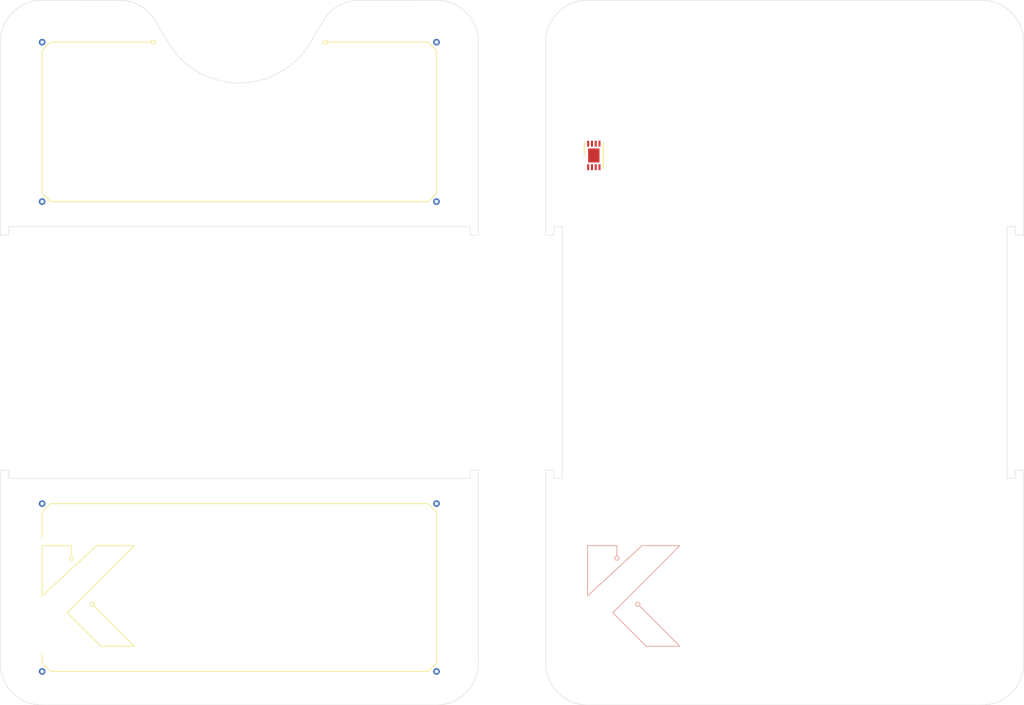
<source format=kicad_pcb>
(kicad_pcb (version 20171130) (host pcbnew "(5.1.12)-1")

  (general
    (thickness 1.6)
    (drawings 98)
    (tracks 8)
    (zones 0)
    (modules 1)
    (nets 1)
  )

  (page A4)
  (layers
    (0 F.Cu signal)
    (31 B.Cu signal)
    (32 B.Adhes user)
    (33 F.Adhes user)
    (34 B.Paste user)
    (35 F.Paste user)
    (36 B.SilkS user)
    (37 F.SilkS user)
    (38 B.Mask user)
    (39 F.Mask user)
    (40 Dwgs.User user)
    (41 Cmts.User user)
    (42 Eco1.User user)
    (43 Eco2.User user)
    (44 Edge.Cuts user)
    (45 Margin user)
    (46 B.CrtYd user)
    (47 F.CrtYd user)
    (48 B.Fab user)
    (49 F.Fab user)
  )

  (setup
    (last_trace_width 0.25)
    (trace_clearance 0.2)
    (zone_clearance 0.508)
    (zone_45_only no)
    (trace_min 0.2)
    (via_size 0.8)
    (via_drill 0.4)
    (via_min_size 0.4)
    (via_min_drill 0.3)
    (user_via 0.8 0.65)
    (uvia_size 0.3)
    (uvia_drill 0.1)
    (uvias_allowed no)
    (uvia_min_size 0.2)
    (uvia_min_drill 0.1)
    (edge_width 0.05)
    (segment_width 0.2)
    (pcb_text_width 0.3)
    (pcb_text_size 1.5 1.5)
    (mod_edge_width 0.12)
    (mod_text_size 1 1)
    (mod_text_width 0.15)
    (pad_size 1.524 1.524)
    (pad_drill 0.762)
    (pad_to_mask_clearance 0)
    (aux_axis_origin 0 0)
    (visible_elements FFFFFF7F)
    (pcbplotparams
      (layerselection 0x010fc_ffffffff)
      (usegerberextensions false)
      (usegerberattributes true)
      (usegerberadvancedattributes true)
      (creategerberjobfile true)
      (excludeedgelayer true)
      (linewidth 0.100000)
      (plotframeref false)
      (viasonmask false)
      (mode 1)
      (useauxorigin false)
      (hpglpennumber 1)
      (hpglpenspeed 20)
      (hpglpendiameter 15.000000)
      (psnegative false)
      (psa4output false)
      (plotreference true)
      (plotvalue true)
      (plotinvisibletext false)
      (padsonsilk false)
      (subtractmaskfromsilk false)
      (outputformat 1)
      (mirror false)
      (drillshape 1)
      (scaleselection 1)
      (outputdirectory ""))
  )

  (net 0 "")

  (net_class Default "This is the default net class."
    (clearance 0.2)
    (trace_width 0.25)
    (via_dia 0.8)
    (via_drill 0.4)
    (uvia_dia 0.3)
    (uvia_drill 0.1)
  )

  (module Package_DFN_QFN:DFN-8-1EP_3x2mm_P0.45mm_EP1.66x1.36mm (layer F.Cu) (tedit 5EA4BDBF) (tstamp 62E36692)
    (at 170.75 68.5 90)
    (descr "DCB Package 8-Lead Plastic DFN (2mm x 3mm) (see Linear Technology DFN_8_05-08-1718.pdf)")
    (tags "DFN 0.45")
    (attr smd)
    (fp_text reference REF** (at 0 -2.05 90) (layer F.SilkS) hide
      (effects (font (size 1 1) (thickness 0.15)))
    )
    (fp_text value DFN-8-1EP_3x2mm_P0.45mm_EP1.66x1.36mm (at 0 2.05 90) (layer F.Fab) hide
      (effects (font (size 1 1) (thickness 0.15)))
    )
    (fp_text user %R (at 0 0 90) (layer F.Fab)
      (effects (font (size 0.7 0.7) (thickness 0.105)))
    )
    (fp_line (start -0.5 -1) (end 1.5 -1) (layer F.Fab) (width 0.15))
    (fp_line (start 1.5 -1) (end 1.5 1) (layer F.Fab) (width 0.15))
    (fp_line (start 1.5 1) (end -1.5 1) (layer F.Fab) (width 0.15))
    (fp_line (start -1.5 1) (end -1.5 0) (layer F.Fab) (width 0.15))
    (fp_line (start -1.5 0) (end -0.5 -1) (layer F.Fab) (width 0.15))
    (fp_line (start -2 -1.3) (end -2 1.3) (layer F.CrtYd) (width 0.05))
    (fp_line (start 2 -1.3) (end 2 1.3) (layer F.CrtYd) (width 0.05))
    (fp_line (start -2 -1.3) (end 2 -1.3) (layer F.CrtYd) (width 0.05))
    (fp_line (start -2 1.3) (end 2 1.3) (layer F.CrtYd) (width 0.05))
    (fp_line (start -1.5 1.125) (end 1.5 1.125) (layer F.SilkS) (width 0.15))
    (fp_line (start 0 -1.125) (end 1.5 -1.125) (layer F.SilkS) (width 0.15))
    (pad "" smd rect (at -0.415 -0.34 90) (size 0.66 0.55) (layers F.Paste))
    (pad "" smd rect (at 0.415 -0.34 90) (size 0.66 0.55) (layers F.Paste))
    (pad "" smd rect (at 0.415 0.34 90) (size 0.66 0.55) (layers F.Paste))
    (pad 9 smd rect (at 0 0 90) (size 1.66 1.36) (layers F.Cu F.Mask))
    (pad "" smd rect (at -0.415 0.34 90) (size 0.66 0.55) (layers F.Paste))
    (pad 8 smd rect (at 1.4 -0.675 90) (size 0.7 0.25) (layers F.Cu F.Paste F.Mask))
    (pad 7 smd rect (at 1.4 -0.225 90) (size 0.7 0.25) (layers F.Cu F.Paste F.Mask))
    (pad 6 smd rect (at 1.4 0.225 90) (size 0.7 0.25) (layers F.Cu F.Paste F.Mask))
    (pad 5 smd rect (at 1.4 0.675 90) (size 0.7 0.25) (layers F.Cu F.Paste F.Mask))
    (pad 4 smd rect (at -1.4 0.675 90) (size 0.7 0.25) (layers F.Cu F.Paste F.Mask))
    (pad 3 smd rect (at -1.4 0.225 90) (size 0.7 0.25) (layers F.Cu F.Paste F.Mask))
    (pad 2 smd rect (at -1.4 -0.225 90) (size 0.7 0.25) (layers F.Cu F.Paste F.Mask))
    (pad 1 smd rect (at -1.4 -0.675 90) (size 0.7 0.25) (layers F.Cu F.Paste F.Mask))
    (model ${KISYS3DMOD}/Package_DFN_QFN.3dshapes/DFN-8-1EP_3x2mm_P0.45mm_EP1.66x1.36mm.wrl
      (offset (xyz 0 0 -1))
      (scale (xyz 1 1 1))
      (rotate (xyz 0 0 0))
    )
  )

  (gr_circle (center 118.25 55) (end 118.5 55) (layer F.SilkS) (width 0.12))
  (gr_circle (center 138.75 55) (end 139 55) (layer F.SilkS) (width 0.12) (tstamp 62E304DC))
  (gr_line (start 151 55) (end 139 55) (layer F.SilkS) (width 0.12))
  (gr_line (start 152 56) (end 151 55) (layer F.SilkS) (width 0.12))
  (gr_line (start 152 73) (end 152 56) (layer F.SilkS) (width 0.12))
  (gr_line (start 151 74) (end 152 73) (layer F.SilkS) (width 0.12))
  (gr_line (start 106 74) (end 151 74) (layer F.SilkS) (width 0.12))
  (gr_line (start 106 55) (end 118 55) (layer F.SilkS) (width 0.12))
  (gr_line (start 105 56) (end 106 55) (layer F.SilkS) (width 0.12))
  (gr_line (start 105 73) (end 105 56) (layer F.SilkS) (width 0.12))
  (gr_line (start 106 74) (end 105 73) (layer F.SilkS) (width 0.12))
  (gr_line (start 105 129) (end 105 128) (layer F.SilkS) (width 0.12))
  (gr_line (start 106 130) (end 105 129) (layer F.SilkS) (width 0.12))
  (gr_line (start 151 130) (end 106 130) (layer F.SilkS) (width 0.12))
  (gr_line (start 152 129) (end 151 130) (layer F.SilkS) (width 0.12))
  (gr_line (start 152 111) (end 152 129) (layer F.SilkS) (width 0.12))
  (gr_line (start 151 110) (end 152 111) (layer F.SilkS) (width 0.12))
  (gr_line (start 106 110) (end 151 110) (layer F.SilkS) (width 0.12))
  (gr_line (start 105 111) (end 106 110) (layer F.SilkS) (width 0.12))
  (gr_line (start 105 114) (end 105 111) (layer F.SilkS) (width 0.12))
  (gr_line (start 138.309049 52.804417) (end 137.274972 54.499986) (layer Edge.Cuts) (width 0.05) (tstamp 62E302BB))
  (gr_line (start 118.693369 52.806912) (end 120 55) (layer Edge.Cuts) (width 0.05) (tstamp 62E302AB))
  (gr_line (start 105 50) (end 114.197582 50.002495) (layer Edge.Cuts) (width 0.05) (tstamp 62E3028C))
  (gr_arc (start 114.2 55) (end 114.2 50) (angle 63.98428369) (layer Edge.Cuts) (width 0.05) (tstamp 62E3027F))
  (gr_line (start 152 50) (end 142.802418 49.997505) (layer Edge.Cuts) (width 0.05) (tstamp 62E30275))
  (gr_arc (start 142.802418 54.997505) (end 142.802418 49.997505) (angle -63.98428369) (layer Edge.Cuts) (width 0.05))
  (gr_arc (start 128.5 50) (end 120 55) (angle -122.3847715) (layer Edge.Cuts) (width 0.05))
  (gr_circle (center 176 122) (end 176.25 122) (layer B.SilkS) (width 0.12) (tstamp 62E3000F))
  (gr_line (start 173 123) (end 177 127) (layer B.SilkS) (width 0.12) (tstamp 62E3000E))
  (gr_circle (center 173.5 116.5) (end 173.75 116.5) (layer B.SilkS) (width 0.12) (tstamp 62E3000D))
  (gr_line (start 177 127) (end 181 127) (layer B.SilkS) (width 0.12) (tstamp 62E3000C))
  (gr_line (start 181 127) (end 176.2 122.2) (layer B.SilkS) (width 0.12) (tstamp 62E3000B))
  (gr_arc (start 217 55) (end 222 55) (angle -90) (layer Edge.Cuts) (width 0.05) (tstamp 62E3000A))
  (gr_arc (start 217 129) (end 217 134) (angle -90) (layer Edge.Cuts) (width 0.05) (tstamp 62E30009))
  (gr_arc (start 170 55) (end 170 50) (angle -90) (layer Edge.Cuts) (width 0.05) (tstamp 62E30008))
  (gr_arc (start 170 129) (end 165 129) (angle -90) (layer Edge.Cuts) (width 0.05) (tstamp 62E30007))
  (gr_line (start 221 107) (end 220 107) (layer Edge.Cuts) (width 0.05) (tstamp 62E30006))
  (gr_line (start 167 77) (end 167 107) (layer Edge.Cuts) (width 0.05) (tstamp 62E30005))
  (gr_line (start 221 107) (end 221 106) (layer Edge.Cuts) (width 0.05) (tstamp 62E30004))
  (gr_line (start 221 106) (end 222 106) (layer Edge.Cuts) (width 0.05) (tstamp 62E30003))
  (gr_line (start 165 106) (end 165 129) (layer Edge.Cuts) (width 0.05) (tstamp 62E30002))
  (gr_line (start 166 106) (end 165 106) (layer Edge.Cuts) (width 0.05) (tstamp 62E30001))
  (gr_line (start 166 77) (end 167 77) (layer Edge.Cuts) (width 0.05) (tstamp 62E30000))
  (gr_line (start 166 107) (end 166 106) (layer Edge.Cuts) (width 0.05) (tstamp 62E2FFFF))
  (gr_line (start 166 77) (end 166 78) (layer Edge.Cuts) (width 0.05) (tstamp 62E2FFFE))
  (gr_line (start 221 77) (end 221 78) (layer Edge.Cuts) (width 0.05) (tstamp 62E2FFFD))
  (gr_line (start 222 129) (end 222 106) (layer Edge.Cuts) (width 0.05) (tstamp 62E2FFFC))
  (gr_line (start 220 77) (end 221 77) (layer Edge.Cuts) (width 0.05) (tstamp 62E2FFFB))
  (gr_line (start 166 78) (end 165 78) (layer Edge.Cuts) (width 0.05) (tstamp 62E2FFFA))
  (gr_line (start 167 107) (end 166 107) (layer Edge.Cuts) (width 0.05) (tstamp 62E2FFF9))
  (gr_line (start 220 107) (end 220 77) (layer Edge.Cuts) (width 0.05) (tstamp 62E2FFF8))
  (gr_line (start 222 78) (end 222 55) (layer Edge.Cuts) (width 0.05) (tstamp 62E2FFF7))
  (gr_line (start 221 78) (end 222 78) (layer Edge.Cuts) (width 0.05) (tstamp 62E2FFF6))
  (gr_line (start 170 121) (end 170 115) (layer B.SilkS) (width 0.12) (tstamp 62E2FFF5))
  (gr_line (start 173 123) (end 181 115) (layer B.SilkS) (width 0.12) (tstamp 62E2FFF4))
  (gr_poly (pts (xy 173.5 127) (xy 170 127) (xy 170 123.5)) (layer F.Mask) (width 0.1) (tstamp 62E2FFF3))
  (gr_line (start 176.5 115) (end 181 115) (layer B.SilkS) (width 0.12) (tstamp 62E2FFF2))
  (gr_line (start 170 121) (end 176.5 115) (layer B.SilkS) (width 0.12) (tstamp 62E2FFF1))
  (gr_line (start 170 115) (end 173.5 115) (layer B.SilkS) (width 0.12) (tstamp 62E2FFF0))
  (gr_line (start 173.5 115) (end 173.5 116.25) (layer B.SilkS) (width 0.12) (tstamp 62E2FFEF))
  (gr_line (start 170 134) (end 217 134) (layer Edge.Cuts) (width 0.05) (tstamp 62E2FFEE))
  (gr_line (start 170 50) (end 217 50) (layer Edge.Cuts) (width 0.05) (tstamp 62E2FFED))
  (gr_line (start 165 55) (end 165 78) (layer Edge.Cuts) (width 0.05) (tstamp 62E2FFEC))
  (gr_circle (center 111 122) (end 111.25 122) (layer F.SilkS) (width 0.12) (tstamp 62E2FE13))
  (gr_circle (center 108.5 116.5) (end 108.75 116.5) (layer F.SilkS) (width 0.12))
  (gr_line (start 116 127) (end 111.2 122.2) (layer F.SilkS) (width 0.12))
  (gr_line (start 112 127) (end 116 127) (layer F.SilkS) (width 0.12) (tstamp 62E2FDC1))
  (gr_line (start 108 123) (end 112 127) (layer F.SilkS) (width 0.12))
  (gr_line (start 108 123) (end 116 115) (layer F.SilkS) (width 0.12) (tstamp 62E2FD51))
  (gr_line (start 111.5 115) (end 116 115) (layer F.SilkS) (width 0.12))
  (gr_line (start 105 121) (end 111.5 115) (layer F.SilkS) (width 0.12))
  (gr_line (start 108.5 115) (end 108.5 116.25) (layer F.SilkS) (width 0.12))
  (gr_line (start 105 115) (end 108.5 115) (layer F.SilkS) (width 0.12))
  (gr_line (start 105 121) (end 105 115) (layer F.SilkS) (width 0.12))
  (gr_poly (pts (xy 108.5 127) (xy 105 127) (xy 105 123.5)) (layer F.Mask) (width 0.1))
  (gr_line (start 102 77) (end 155 77) (layer Edge.Cuts) (width 0.05) (tstamp 62E2FC71))
  (gr_line (start 157 78) (end 157 55) (layer Edge.Cuts) (width 0.05) (tstamp 62E2FC70))
  (gr_line (start 156 78) (end 157 78) (layer Edge.Cuts) (width 0.05) (tstamp 62E2FC6F))
  (gr_line (start 156 107) (end 155 107) (layer Edge.Cuts) (width 0.05) (tstamp 62E2FC6E))
  (gr_line (start 156 77) (end 156 78) (layer Edge.Cuts) (width 0.05) (tstamp 62E2FC6D))
  (gr_line (start 156 107) (end 156 106) (layer Edge.Cuts) (width 0.05) (tstamp 62E2FC6C))
  (gr_line (start 156 106) (end 157 106) (layer Edge.Cuts) (width 0.05) (tstamp 62E2FC6B))
  (gr_line (start 155 77) (end 156 77) (layer Edge.Cuts) (width 0.05) (tstamp 62E2FC6A))
  (gr_line (start 157 129) (end 157 106) (layer Edge.Cuts) (width 0.05) (tstamp 62E2FC69))
  (gr_line (start 100 106) (end 100 129) (layer Edge.Cuts) (width 0.05) (tstamp 62E2FC60))
  (gr_line (start 101 106) (end 100 106) (layer Edge.Cuts) (width 0.05))
  (gr_line (start 101 107) (end 101 106) (layer Edge.Cuts) (width 0.05))
  (gr_line (start 101 78) (end 100 78) (layer Edge.Cuts) (width 0.05))
  (gr_line (start 101 77) (end 101 78) (layer Edge.Cuts) (width 0.05))
  (gr_line (start 102 107) (end 101 107) (layer Edge.Cuts) (width 0.05))
  (gr_line (start 155 107) (end 102 107) (layer Edge.Cuts) (width 0.05))
  (gr_line (start 101 77) (end 102 77) (layer Edge.Cuts) (width 0.05))
  (gr_arc (start 152 55) (end 157 55) (angle -90) (layer Edge.Cuts) (width 0.05))
  (gr_arc (start 152 129) (end 152 134) (angle -90) (layer Edge.Cuts) (width 0.05))
  (gr_arc (start 105 129) (end 100 129) (angle -90) (layer Edge.Cuts) (width 0.05))
  (gr_arc (start 105 55) (end 105 50) (angle -90) (layer Edge.Cuts) (width 0.05))
  (gr_line (start 105 134) (end 152 134) (layer Edge.Cuts) (width 0.05) (tstamp 62E2F8FC))
  (gr_line (start 100 55) (end 100 78) (layer Edge.Cuts) (width 0.05))

  (via (at 105 130) (size 0.8) (drill 0.4) (layers F.Cu B.Cu) (net 0))
  (via (at 105 110) (size 0.8) (drill 0.4) (layers F.Cu B.Cu) (net 0))
  (via (at 105 55) (size 0.8) (drill 0.4) (layers F.Cu B.Cu) (net 0))
  (via (at 152 55) (size 0.8) (drill 0.4) (layers F.Cu B.Cu) (net 0))
  (via (at 105 74) (size 0.8) (drill 0.4) (layers F.Cu B.Cu) (net 0))
  (via (at 152 74) (size 0.8) (drill 0.4) (layers F.Cu B.Cu) (net 0))
  (via (at 152 110) (size 0.8) (drill 0.4) (layers F.Cu B.Cu) (net 0))
  (via (at 152 130) (size 0.8) (drill 0.4) (layers F.Cu B.Cu) (net 0))

)

</source>
